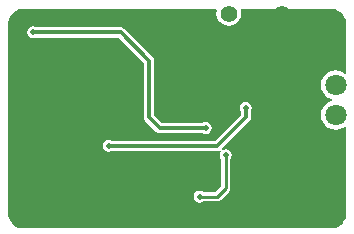
<source format=gbl>
G04*
G04 #@! TF.GenerationSoftware,Altium Limited,Altium Designer,21.6.4 (81)*
G04*
G04 Layer_Physical_Order=2*
G04 Layer_Color=16711680*
%FSLAX44Y44*%
%MOMM*%
G71*
G04*
G04 #@! TF.SameCoordinates,8A05593B-3552-4C3B-B2EF-5CC55372FEEF*
G04*
G04*
G04 #@! TF.FilePolarity,Positive*
G04*
G01*
G75*
%ADD13C,0.2540*%
%ADD49C,0.3580*%
%ADD51C,1.4000*%
%ADD52C,1.8000*%
%ADD53C,0.8000*%
%ADD54O,1.8000X1.1500*%
%ADD55O,2.0000X1.4000*%
%ADD56C,0.5000*%
G36*
X283774Y192442D02*
X286129Y191467D01*
X288249Y190051D01*
X290051Y188249D01*
X291467Y186129D01*
X292442Y183774D01*
X292940Y181274D01*
Y180000D01*
Y138645D01*
X291670Y138019D01*
X290203Y139144D01*
X287211Y140383D01*
X284000Y140806D01*
X280789Y140383D01*
X277797Y139144D01*
X275228Y137172D01*
X273256Y134603D01*
X272017Y131611D01*
X271594Y128400D01*
X272017Y125189D01*
X273256Y122197D01*
X275228Y119628D01*
X277797Y117656D01*
X280789Y116417D01*
X281367Y116341D01*
Y115059D01*
X280789Y114983D01*
X277797Y113744D01*
X275228Y111772D01*
X273256Y109203D01*
X272017Y106211D01*
X271594Y103000D01*
X272017Y99789D01*
X273256Y96797D01*
X275228Y94228D01*
X277797Y92256D01*
X280789Y91017D01*
X284000Y90594D01*
X287211Y91017D01*
X290203Y92256D01*
X291670Y93381D01*
X292940Y92755D01*
Y20000D01*
Y18726D01*
X292442Y16226D01*
X291467Y13871D01*
X290051Y11751D01*
X288249Y9949D01*
X286129Y8533D01*
X283774Y7558D01*
X281275Y7060D01*
X18726D01*
X16226Y7558D01*
X13871Y8533D01*
X11751Y9949D01*
X9949Y11751D01*
X8533Y13871D01*
X7558Y16226D01*
X7060Y18726D01*
Y20000D01*
Y180000D01*
Y181275D01*
X7558Y183774D01*
X8533Y186129D01*
X9949Y188249D01*
X11751Y190051D01*
X13871Y191467D01*
X16226Y192442D01*
X18726Y192940D01*
X182692D01*
X183492Y191940D01*
X183463Y191670D01*
X183111Y189000D01*
X183465Y186311D01*
X184503Y183806D01*
X186154Y181654D01*
X188306Y180003D01*
X190811Y178965D01*
X193500Y178611D01*
X196189Y178965D01*
X198694Y180003D01*
X200846Y181654D01*
X202497Y183806D01*
X203535Y186311D01*
X203889Y189000D01*
X203537Y191670D01*
X203508Y191940D01*
X204308Y192940D01*
X281274D01*
X283774Y192442D01*
D02*
G37*
%LPC*%
G36*
X28000Y178139D02*
X26033Y177748D01*
X24366Y176634D01*
X23252Y174967D01*
X22861Y173000D01*
X23252Y171033D01*
X24366Y169366D01*
X26033Y168252D01*
X28000Y167861D01*
X29966Y168252D01*
X30464Y168585D01*
X100171D01*
X121585Y147171D01*
Y101000D01*
X121585Y101000D01*
X121921Y99311D01*
X122878Y97878D01*
X131878Y88878D01*
X131878Y88878D01*
X133310Y87921D01*
X135000Y87585D01*
X135000Y87585D01*
X171535D01*
X172034Y87252D01*
X174000Y86861D01*
X175966Y87252D01*
X177634Y88366D01*
X178748Y90034D01*
X179139Y92000D01*
X178748Y93967D01*
X177634Y95634D01*
X175966Y96748D01*
X174000Y97139D01*
X172034Y96748D01*
X171535Y96415D01*
X136829D01*
X130415Y102829D01*
Y149000D01*
X130415Y149000D01*
X130079Y150689D01*
X129122Y152122D01*
X105122Y176122D01*
X103689Y177079D01*
X102000Y177415D01*
X102000Y177415D01*
X30464D01*
X29966Y177748D01*
X28000Y178139D01*
D02*
G37*
G36*
X208000Y114139D02*
X206033Y113748D01*
X204366Y112634D01*
X203252Y110967D01*
X202861Y109000D01*
X203252Y107034D01*
X203585Y106536D01*
Y102829D01*
X182171Y81415D01*
X94465D01*
X93967Y81748D01*
X92000Y82139D01*
X90034Y81748D01*
X88366Y80634D01*
X87252Y78966D01*
X86861Y77000D01*
X87252Y75033D01*
X88366Y73366D01*
X90034Y72252D01*
X92000Y71861D01*
X93967Y72252D01*
X94465Y72585D01*
X184000D01*
X184000Y72585D01*
X185690Y72921D01*
X186307Y73334D01*
X187222Y72418D01*
X186252Y70967D01*
X185861Y69000D01*
X186252Y67034D01*
X187115Y65742D01*
Y42609D01*
X182391Y37885D01*
X172258D01*
X170966Y38748D01*
X169000Y39139D01*
X167034Y38748D01*
X165366Y37634D01*
X164252Y35966D01*
X163861Y34000D01*
X164252Y32034D01*
X165366Y30366D01*
X167034Y29252D01*
X169000Y28861D01*
X170966Y29252D01*
X172258Y30115D01*
X184000D01*
X185487Y30411D01*
X186747Y31253D01*
X193747Y38253D01*
X194589Y39513D01*
X194885Y41000D01*
Y65742D01*
X195748Y67034D01*
X196139Y69000D01*
X195748Y70967D01*
X194634Y72634D01*
X192966Y73748D01*
X191000Y74139D01*
X189034Y73748D01*
X188291Y73252D01*
X187481Y74238D01*
X211122Y97878D01*
X211122Y97878D01*
X212079Y99311D01*
X212415Y101000D01*
X212415Y101000D01*
Y106536D01*
X212748Y107034D01*
X213139Y109000D01*
X212748Y110967D01*
X211634Y112634D01*
X209967Y113748D01*
X208000Y114139D01*
D02*
G37*
%LPD*%
D13*
X191000Y41000D02*
Y69000D01*
X184000Y34000D02*
X191000Y41000D01*
X169000Y34000D02*
X184000D01*
D49*
Y77000D02*
X208000Y101000D01*
Y109000D01*
X92000Y77000D02*
X184000D01*
X126000Y101000D02*
X135000Y92000D01*
X174000D01*
X126000Y101000D02*
Y149000D01*
X102000Y173000D02*
X126000Y149000D01*
X28000Y173000D02*
X102000D01*
D51*
X251000Y164000D02*
D03*
X181000D02*
D03*
X193500Y189000D02*
D03*
X238500D02*
D03*
D52*
X284000Y103000D02*
D03*
Y128400D02*
D03*
D53*
X49000Y75000D02*
D03*
Y125000D02*
D03*
D54*
X21500Y61250D02*
D03*
Y138750D02*
D03*
D55*
X59500Y62750D02*
D03*
Y137250D02*
D03*
D56*
X191000Y69000D02*
D03*
X265000Y59000D02*
D03*
X259000Y67000D02*
D03*
X271000D02*
D03*
X76000Y87000D02*
D03*
X28000Y173000D02*
D03*
X208000Y109000D02*
D03*
X169000Y34000D02*
D03*
X174000Y92000D02*
D03*
X92000Y77000D02*
D03*
M02*

</source>
